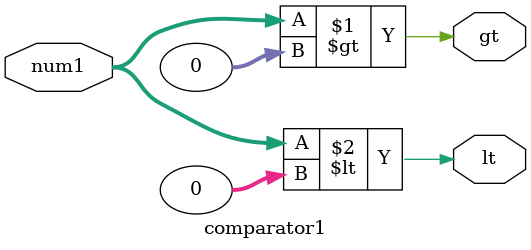
<source format=sv>
module comparator1 #(parameter num2 = 0, parameter N = 10) (input logic [N-1:0] num1, output logic gt, output logic lt);
	assign gt = num1 > num2; 
	assign lt = num1 < num2;
	
endmodule 
</source>
